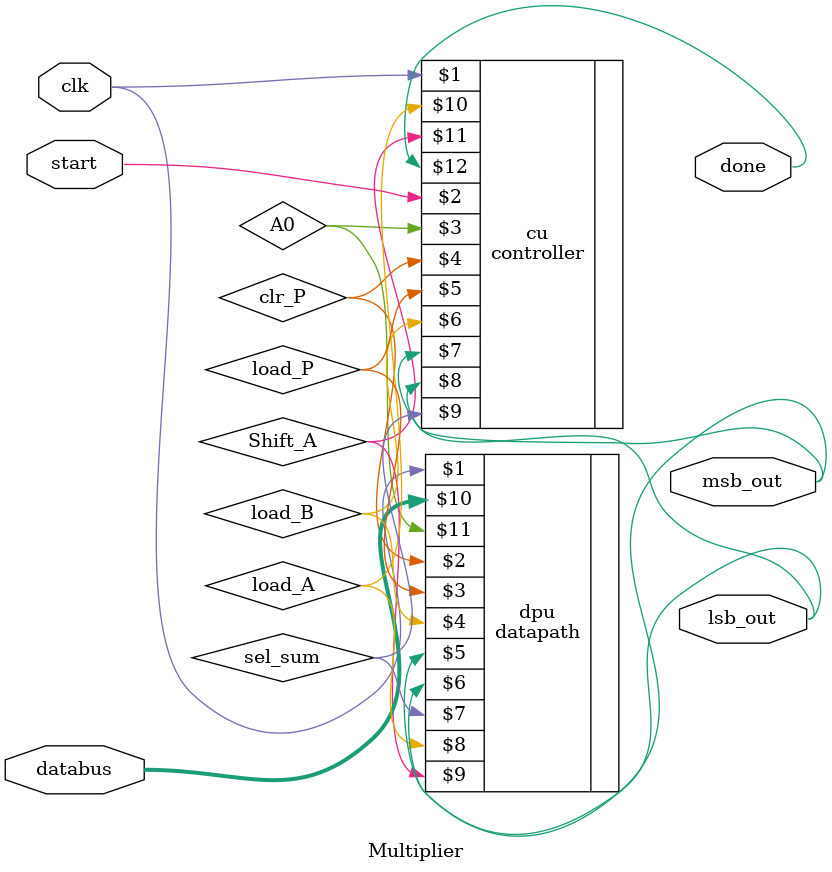
<source format=v>
`timescale 1ns/100ps

`include "Datapath.v"
`include "Controller.v"

module Multiplier ( clk, start, databus, lsb_out, msb_out, done );
   input clk, start;
   inout [7:0] databus;
   output done, lsb_out, msb_out;

   wire clr_P, load_P, load_B, msb_out, lsb_out, sel_sum, load_A, Shift_A;
   
   datapath dpu( clk, clr_P, load_P, load_B,
                 msb_out, lsb_out, sel_sum, load_A, Shift_A, databus, A0 );
                 
   controller cu( clk, start, A0, clr_P, load_P, load_B,
                  msb_out, lsb_out, sel_sum, load_A, Shift_A, done );

endmodule
</source>
